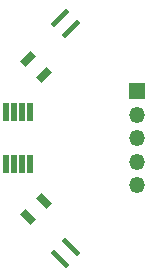
<source format=gbr>
%TF.GenerationSoftware,KiCad,Pcbnew,(6.0.7)*%
%TF.CreationDate,2022-08-13T19:12:00+02:00*%
%TF.ProjectId,Helios_PCB,48656c69-6f73-45f5-9043-422e6b696361,rev?*%
%TF.SameCoordinates,Original*%
%TF.FileFunction,Soldermask,Top*%
%TF.FilePolarity,Negative*%
%FSLAX46Y46*%
G04 Gerber Fmt 4.6, Leading zero omitted, Abs format (unit mm)*
G04 Created by KiCad (PCBNEW (6.0.7)) date 2022-08-13 19:12:00*
%MOMM*%
%LPD*%
G01*
G04 APERTURE LIST*
G04 Aperture macros list*
%AMRotRect*
0 Rectangle, with rotation*
0 The origin of the aperture is its center*
0 $1 length*
0 $2 width*
0 $3 Rotation angle, in degrees counterclockwise*
0 Add horizontal line*
21,1,$1,$2,0,0,$3*%
G04 Aperture macros list end*
%ADD10RotRect,0.700000X1.300000X225.000000*%
%ADD11R,1.350000X1.350000*%
%ADD12O,1.350000X1.350000*%
%ADD13RotRect,1.900000X0.400000X225.000000*%
%ADD14RotRect,0.700000X1.300000X135.000000*%
%ADD15RotRect,1.900000X0.400000X315.000000*%
%ADD16R,0.500000X1.500000*%
G04 APERTURE END LIST*
D10*
%TO.C,R1*%
X145959251Y-104828249D03*
X144615749Y-106171751D03*
%TD*%
D11*
%TO.C,J0*%
X153837500Y-95500000D03*
D12*
X153837500Y-97500000D03*
X153837500Y-99500000D03*
X153837500Y-101500000D03*
X153837500Y-103500000D03*
%TD*%
D13*
%TO.C,F0*%
X148307475Y-90269975D03*
X147317525Y-89280025D03*
%TD*%
D14*
%TO.C,R0*%
X145959251Y-94171751D03*
X144615749Y-92828249D03*
%TD*%
D15*
%TO.C,F1*%
X148307475Y-108730025D03*
X147317525Y-109719975D03*
%TD*%
D16*
%TO.C,U0*%
X144762500Y-97300000D03*
X144112500Y-97300000D03*
X143462500Y-97300000D03*
X142812500Y-97300000D03*
X142812500Y-101700000D03*
X143462500Y-101700000D03*
X144112500Y-101700000D03*
X144762500Y-101700000D03*
%TD*%
M02*

</source>
